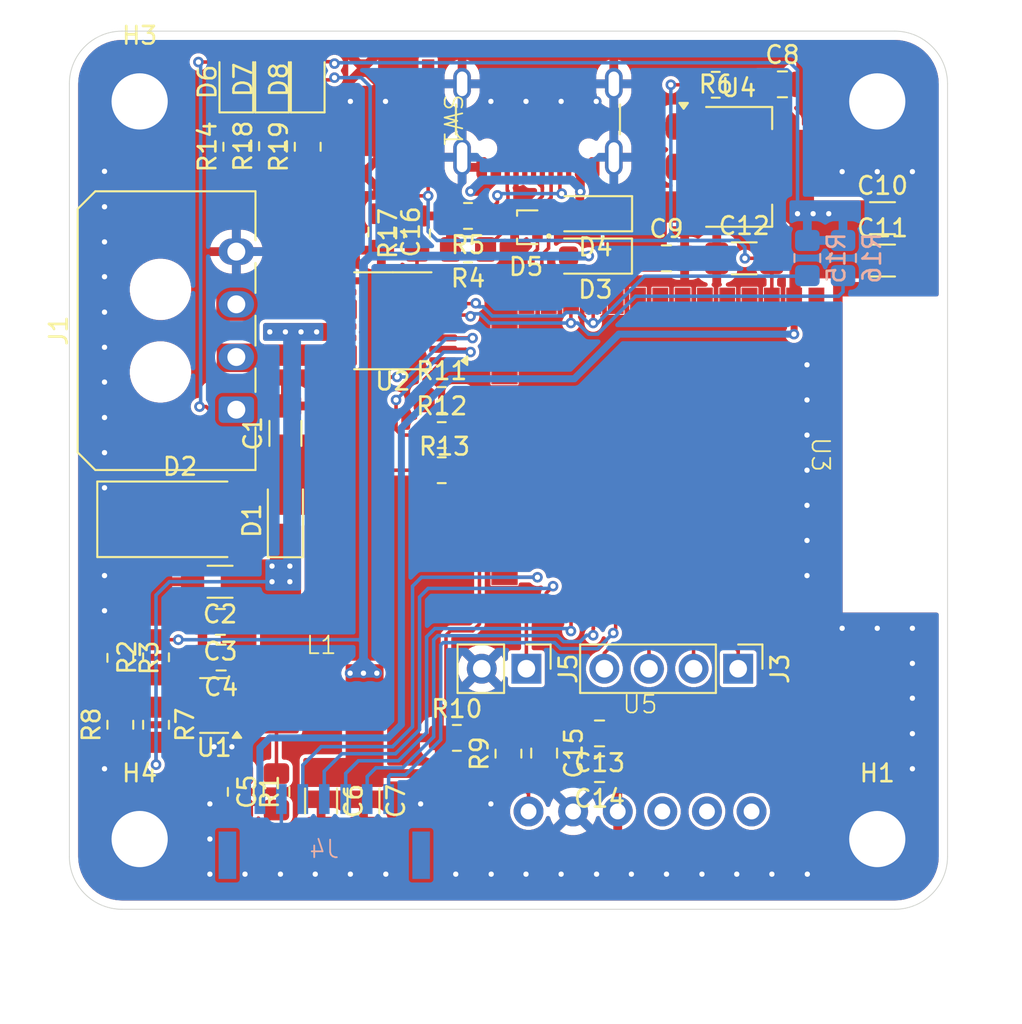
<source format=kicad_pcb>
(kicad_pcb (version 20241229) (generator "pcbnew") (generator_version "9.0")
  (layers (0 "F.Cu" signal) (2 "B.Cu" signal) (13 "F.Paste" user) (15 "B.Paste" user) (5 "F.SilkS" user "F.Silkscreen") (7 "B.SilkS" user "B.Silkscreen") (1 "F.Mask" user) (3 "B.Mask" user) (25 "Edge.Cuts" user))
  (net 0 "")
  (net 1 "GND")
  (net 2 "VBAT")
  (net 3 "VBAT_D")
  (net 4 "Net-(C5-Pad1)")
  (net 5 "Net-(U1-SW)")
  (net 6 "+5V")
  (net 7 "+3V3")
  (net 8 "Net-(D3-K)")
  (net 9 "dIN_RST")
  (net 10 "VBUS")
  (net 11 "USB_DP")
  (net 12 "USB_DN")
  (net 13 "TDI")
  (net 14 "TMS")
  (net 15 "TCK")
  (net 16 "TDO")
  (net 17 "RXD")
  (net 18 "TXD")
  (net 19 "Net-(U5-VOUT)")
  (net 20 "Net-(U1-BOOT)")
  (net 21 "Net-(U1-FB)")
  (net 22 "Net-(J2-CC2)")
  (net 23 "Net-(J2-CC1)")
  (net 24 "SOLENOID_OUT")
  (net 25 "dIN_STATUS_2")
  (net 26 "dO_COMP_EN")
  (net 28 "COMP_RELAY_OUT")
  (net 29 "dIN_STATUS_1")
  (net 30 "dO_SOLENOID_EN")
  (net 32 "dO_HSD_DIAG_EN")
  (net 33 "Net-(U2-CL)")
  (net 45 "Net-(J5-Pin_1)")
  (net 50 "Net-(D6-K)")
  (net 52 "Net-(U1-EN)")
  (net 53 "aIN_PRESSURE_SENSOR")
  (net 57 "Net-(U2-IN1)")
  (net 58 "Net-(U2-IN2)")
  (net 59 "Net-(U2-DIAG_EN)")
  (net 60 "Net-(D7-K)")
  (net 61 "Net-(D8-K)")
  (net 62 "dO_DISP_CS")
  (net 63 "dO_DISP_DC")
  (net 64 "dO_DISP_CLK")
  (net 65 "dO_DISP_MOSI")
  (net 66 "dO_DISP_RST")
  (footprint "Resistor_SMD:R_0805_2012Metric_Pad1.20x1.40mm_HandSolder" (layer "F.Cu") (at -3.8 -4)
    (property "Reference" "R11")
    (property "Value" "4.7k")
  )
  (footprint "Resistor_SMD:R_0805_2012Metric_Pad1.20x1.40mm_HandSolder" (layer "F.Cu") (at -22.098 14.494 90)
    (property "Reference" "R8")
    (property "Value" "36.5k")
  )
  (footprint "Capacitor_SMD:C_0805_2012Metric_Pad1.18x1.45mm_HandSolder" (layer "F.Cu") (at 2.032 16.1075 -90)
    (property "Reference" "C15")
    (property "Value" "470pF")
  )
  (footprint "CustomKicadFootprints:MPX5700ASX" (layer "F.Cu") (at 7.493 19.431)
    (property "Reference" "U5")
    (property "Value" "MPX5700ASX")
  )
  (footprint "CustomKicadFootprints:ESP32-S3-WROOM-1" (layer "F.Cu") (at 12.276 -0.894491 -90)
    (property "Reference" "U3")
    (property "Value" "ESP32-S3-WROOM-1-N4")
  )
  (footprint "Capacitor_SMD:C_0805_2012Metric_Pad1.18x1.45mm_HandSolder" (layer "F.Cu") (at 8.9955 -12.065)
    (property "Reference" "C9")
    (property "Value" "10uF")
  )
  (footprint "Capacitor_SMD:C_0805_2012Metric_Pad1.18x1.45mm_HandSolder" (layer "F.Cu") (at -13.208 18.3095 90)
    (property "Reference" "C5")
    (property "Value" "100nF")
  )
  (footprint "Capacitor_SMD:C_0805_2012Metric_Pad1.18x1.45mm_HandSolder" (layer "F.Cu") (at -16.3615 10.668 180)
    (property "Reference" "C4")
    (property "Value" "100nF")
  )
  (footprint "Capacitor_SMD:C_1206_3216Metric_Pad1.33x1.80mm_HandSolder" (layer "F.Cu") (at -10.668 18.8345 -90)
    (property "Reference" "C6")
    (property "Value" "22uF")
  )
  (footprint "CustomKicadFootprints:IHLP-2020" (layer "F.Cu") (at -10.6555 13.462)
    (property "Reference" "L1")
    (property "Value" "5.6uH")
  )
  (footprint "MountingHole:MountingHole_3.2mm_M3_DIN965_Pad_TopBottom" (layer "F.Cu") (at -21 -21)
    (property "Reference" "H3")
    (property "Value" "MountingHole_Pad")
  )
  (footprint "Capacitor_SMD:C_0805_2012Metric_Pad1.18x1.45mm_HandSolder" (layer "F.Cu") (at 5.1855 17.018 180)
    (property "Reference" "C14")
    (property "Value" "10nF")
  )
  (footprint "Package_TO_SOT_SMD:SOT-23-6" (layer "F.Cu") (at -16.7585 13.395999 180)
    (property "Reference" "U1")
    (property "Value" "TPS56339DDC")
  )
  (footprint "Resistor_SMD:R_0805_2012Metric_Pad1.20x1.40mm_HandSolder" (layer "F.Cu") (at -2.302 -14.478 180)
    (property "Reference" "R5")
    (property "Value" "5.1k")
  )
  (footprint "Resistor_SMD:R_0805_2012Metric_Pad1.20x1.40mm_HandSolder" (layer "F.Cu") (at -13.462 -18.448998 90)
    (property "Reference" "R18")
    (property "Value" "165R")
  )
  (footprint "Resistor_SMD:R_0805_2012Metric_Pad1.20x1.40mm_HandSolder" (layer "F.Cu") (at -3.8 0)
    (property "Reference" "R13")
    (property "Value" "4.7k")
  )
  (footprint "Resistor_SMD:R_0805_2012Metric_Pad1.20x1.40mm_HandSolder" (layer "F.Cu") (at -5.207 -13.478 90)
    (property "Reference" "R17")
    (property "Value" "800R")
  )
  (footprint "MountingHole:MountingHole_3.2mm_M3_DIN965_Pad_TopBottom" (layer "F.Cu") (at 21 -21)
    (property "Reference" "H2" (hide yes))
    (property "Value" "MountingHole_Pad")
  )
  (footprint "Capacitor_SMD:C_0805_2012Metric_Pad1.18x1.45mm_HandSolder" (layer "F.Cu") (at 15.5995 -21.971)
    (property "Reference" "C8")
    (property "Value" "10uF")
  )
  (footprint "LED_SMD:LED_0805_2012Metric_Pad1.15x1.40mm_HandSolder" (layer "F.Cu") (at -11.43 -22.233999 90)
    (property "Reference" "D8")
    (property "Value" "RED")
  )
  (footprint "Resistor_SMD:R_0805_2012Metric_Pad1.20x1.40mm_HandSolder" (layer "F.Cu") (at -2.937 15.24)
    (property "Reference" "R10")
    (property "Value" "150k")
  )
  (footprint "Resistor_SMD:R_0805_2012Metric_Pad1.20x1.40mm_HandSolder" (layer "F.Cu") (at 11.8016 -21.9456 180)
    (property "Reference" "R6")
    (property "Value" "10k")
  )
  (footprint "Connector_PinHeader_2.54mm:PinHeader_1x04_P2.54mm_Vertical" (layer "F.Cu") (at 13.080999 11.303 -90)
    (property "Reference" "J3")
    (property "Value" "JTAG")
  )
  (footprint "Diode_SMD:D_SOD-123F" (layer "F.Cu") (at 4.823001 -12.192 180)
    (property "Reference" "D3")
    (property "Value" "PMEG6010ETR")
  )
  (footprint "Capacitor_SMD:C_1206_3216Metric_Pad1.33x1.80mm_HandSolder" (layer "F.Cu") (at -12.7 -2.096 90)
    (property "Reference" "C1")
    (property "Value" "100nF" (hide yes))
  )
  (footprint "Capacitor_SMD:C_0805_2012Metric_Pad1.18x1.45mm_HandSolder" (layer "F.Cu") (at -7.239 -13.5675 -90)
    (property "Reference" "C16")
    (property "Value" "100nF")
  )
  (footprint "Resistor_SMD:R_0805_2012Metric_Pad1.20x1.40mm_HandSolder" (layer "F.Cu") (at -11.43 -18.416998 90)
    (property "Reference" "R19")
    (property "Value" "80R")
  )
  (footprint "Connector_USB:USB_C_Receptacle_GCT_USB4105-xx-A_16P_TopMnt_Horizontal" (layer "F.Cu") (at 1.68 -20.925 180)
    (property "Reference" "J2" (hide yes))
    (property "Value" "USB_C_Receptacle_USB2.0_16P")
  )
  (footprint "MountingHole:MountingHole_3.2mm_M3_DIN965_Pad_TopBottom" (layer "F.Cu") (at 21 21)
    (property "Reference" "H1")
    (property "Value" "MountingHole_Pad")
  )
  (footprint "Capacitor_SMD:C_1206_3216Metric_Pad1.33x1.80mm_HandSolder" (layer "F.Cu") (at 21.2975 -14.351)
    (property "Reference" "C10")
    (property "Value" "22uF")
  )
  (footprint "Package_TO_SOT_SMD:SOT-416" (layer "F.Cu") (at 1.001 -13.835 180)
    (property "Reference" "D5")
    (property "Value" "RCLAMP0582B")
  )
  (footprint "Resistor_SMD:R_0805_2012Metric_Pad1.20x1.40mm_HandSolder" (layer "F.Cu") (at -15.24 18.315 -90)
    (property "Reference" "R1")
    (property "Value" "30R")
  )
  (footprint "Connector_PinHeader_2.54mm:PinHeader_1x02_P2.54mm_Vertical" (layer "F.Cu") (at 1.021 11.303 -90)
    (property "Reference" "J5")
    (property "Value" "BOOT_SEL")
  )
  (footprint "Resistor_SMD:R_0805_2012Metric_Pad1.20x1.40mm_HandSolder" (layer "F.Cu") (at -20.066 14.494 -90)
    (property "Reference" "R7")
    (property "Value" "174k")
  )
  (footprint "Capacitor_SMD:C_1206_3216Metric_Pad1.33x1.80mm_HandSolder" (layer "F.Cu") (at 21.2975 -11.938)
    (property "Reference" "C11")
    (property "Value" "100nF")
  )
  (footprint "LED_SMD:LED_0805_2012Metric_Pad1.15x1.40mm_HandSolder" (layer "F.Cu") (at -13.462 -22.233999 90)
    (property "Reference" "D7")
    (property "Value" "RED")
  )
  (footprint "Diode_SMD:D_SOD-123F" (layer "F.Cu") (at 4.828999 -14.605 180)
    (property "Reference" "D4")
    (property "Value" "PMEG6010ETR")
  )
  (footprint "Connector_Molex:Molex_Micro-Fit_3.0_43650-0400_1x04_P3.00mm_Horizontal" (layer "F.Cu") (at -15.494 -3.446 90)
    (property "Reference" "J1")
    (property "Value" "~")
  )
  (footprint "MountingHole:MountingHole_3.2mm_M3_DIN965_Pad_TopBottom" (layer "F.Cu") (at -21 21)
    (property "Reference" "H4")
    (property "Value" "MountingHole_Pad")
  )
  (footprint "Capacitor_SMD:C_0805_2012Metric_Pad1.18x1.45mm_HandSolder" (layer "F.Cu") (at -16.4045 8.636 180)
    (property "Reference" "C3")
    (property "Value" "100nF")
  )
  (footprint "Capacitor_SMD:C_1206_3216Metric_Pad1.33x1.80mm_HandSolder" (layer "F.Cu") (at -8.255 18.8345 -90)
    (property "Reference" "C7")
    (property "Value" "22uF")
  )
  (footprint "Resistor_SMD:R_0805_2012Metric_Pad1.20x1.40mm_HandSolder" (layer "F.Cu") (at -20.066 10.652 90)
    (property "Reference" "R2")
    (property "Value" "52.3k")
  )
  (footprint "Capacitor_SMD:C_0805_2012Metric_Pad1.18x1.45mm_HandSolder" (layer "F.Cu") (at 5.1855 14.986 180)
    (property "Reference" "C13")
    (property "Value" "1uF")
  )
  (footprint "Resistor_SMD:R_0805_2012Metric_Pad1.20x1.40mm_HandSolder" (layer "F.Cu") (at -2.302 -12.573 180)
    (property "Reference" "R4")
    (property "Value" "5.1k")
  )
  (footprint "Resistor_SMD:R_0805_2012Metric_Pad1.20x1.40mm_HandSolder" (layer "F.Cu") (at -15.494 -18.416998 90)
    (property "Reference" "R14")
    (property "Value" "500R")
  )
  (footprint "Resistor_SMD:R_0805_2012Metric_Pad1.20x1.40mm_HandSolder" (layer "F.Cu") (at -3.8 -2)
    (property "Reference" "R12")
    (property "Value" "4.7k")
  )
  (footprint "LED_SMD:LED_0805_2012Metric_Pad1.15x1.40mm_HandSolder" (layer "F.Cu") (at -15.494 -22.233999 90)
    (property "Reference" "D6")
    (property "Value" "RED")
  )
  (footprint "Resistor_SMD:R_0805_2012Metric_Pad1.20x1.40mm_HandSolder" (layer "F.Cu") (at 0 16.1375 90)
    (property "Reference" "R9")
    (property "Value" "100k")
  )
  (footprint "Diode_SMD:D_SOD-123F" (layer "F.Cu") (at -12.7 2.744 90)
    (property "Reference" "D1")
    (property "Value" "PMEG6010ETR" (hide yes))
  )
  (footprint "Package_TO_SOT_SMD:SOT-223-3_TabPin2" (layer "F.Cu") (at 13.106 -17.272)
    (property "Reference" "U4")
    (property "Value" "LD1117S33TR_SOT223")
  )
  (footprint "Capacitor_SMD:C_1206_3216Metric_Pad1.33x1.80mm_HandSolder" (layer "F.Cu") (at 13.4235 -12.065)
    (property "Reference" "C12")
    (property "Value" "100nF")
  )
  (footprint "Diode_SMD:D_SMB_Handsoldering" (layer "F.Cu") (at -18.702 2.794)
    (property "Reference" "D2")
    (property "Value" "SM6T33CAY" (hide yes))
  )
  (footprint "Package_SO:HTSSOP-16-1EP_4.4x5mm_P0.65mm_EP3.4x5mm_Mask2.66x2.46mm" (layer "F.Cu") (at -6.583 -8.509 180)
    (property "Reference" "U2")
    (property "Value" "TPS2H160AQPWPRQ1")
  )
  (footprint "Capacitor_SMD:C_1206_3216Metric_Pad1.33x1.80mm_HandSolder" (layer "F.Cu") (at -16.4215 6.35 180)
    (property "Reference" "C2")
    (property "Value" "10uF")
  )
  (footprint "CustomKicadFootprints:PTS526" (layer "F.Cu") (at -6.422 -19.891 -90)
    (property "Reference" "SW1")
    (property "Value" "RST")
  )
  (footprint "Resistor_SMD:R_0805_2012Metric_Pad1.20x1.40mm_HandSolder" (layer "F.Cu") (at -22.098 10.684 -90)
    (property "Reference" "R3")
    (property "Value" "10k")
  )
  (footprint "CustomKicadFootprints:SM07B-GHS-TB" (layer "B.Cu") (at -10.487 22.075999 180)
    (property "Reference" "J4")
    (property "Value" "Conn_01x07")
  )
  (footprint "Resistor_SMD:R_0805_2012Metric_Pad1.20x1.40mm_HandSolder" (layer "B.Cu") (at 19.05 -12.081 90)
    (property "Reference" "R16")
    (property "Value" "10k")
  )
  (footprint "Resistor_SMD:R_0805_2012Metric_Pad1.20x1.40mm_HandSolder" (layer "B.Cu") (at 17.018 -12.081 90)
    (property "Reference" "R15")
    (property "Value" "10k")
  )
  (gr_arc (start -25 -22) (mid -24.12132 -24.12132) (end -22 -25) (stroke (width 0.05)) (layer "Edge.Cuts"))
  (gr_line (start -25 22) (end -25 -22) (stroke (width 0.05)) (layer "Edge.Cuts"))
  (gr_line (start -22 -25) (end 22 -25) (stroke (width 0.05)) (layer "Edge.Cuts"))
  (gr_arc (start 25 22) (mid 24.12132 24.12132) (end 22 25) (stroke (width 0.05)) (layer "Edge.Cuts"))
  (gr_line (start 22 25) (end -22 25) (stroke (width 0.05)) (layer "Edge.Cuts"))
  (gr_arc (start 22 -25) (mid 24.12132 -24.12132) (end 25 -22) (stroke (width 0.05)) (layer "Edge.Cuts"))
  (gr_arc (start -22 25) (mid -24.12132 24.12132) (end -25 22) (stroke (width 0.05)) (layer "Edge.Cuts"))
  (gr_line (start 25 -22) (end 25 22) (stroke (width 0.05)) (layer "Edge.Cuts"))
  (via (at 23 9) (size 0.6) (drill 0.3) (layers "F.Cu" "B.Cu") (net 1))
  (via (at 3 -21) (size 0.6) (drill 0.3) (layers "F.Cu" "B.Cu") (net 1))
  (via (at -23 -12.999999) (size 0.6) (drill 0.3) (layers "F.Cu" "B.Cu") (net 1))
  (via (at -23 -15) (size 0.6) (drill 0.3) (layers "F.Cu" "B.Cu") (net 1))
  (via (at 7 23) (size 0.6) (drill 0.3) (layers "F.Cu" "B.Cu") (net 1))
  (via (at -23 -5.017999) (size 0.6) (drill 0.3) (layers "F.Cu" "B.Cu") (net 1))
  (via (at -17 23) (size 0.6) (drill 0.3) (layers "F.Cu" "B.Cu") (net 1))
  (via (at 21 9) (size 0.6) (drill 0.3) (layers "F.Cu" "B.Cu") (net 1))
  (via (at -23 -17.017999) (size 0.6) (drill 0.3) (layers "F.Cu" "B.Cu") (net 1))
  (via (at -17 19) (size 0.6) (drill 0.3) (layers "F.Cu" "B.Cu") (net 1))
  (via (at 23 17) (size 0.6) (drill 0.3) (layers "F.Cu" "B.Cu") (net 1))
  (via (at 17 -4) (size 0.6) (drill 0.3) (layers "F.Cu" "B.Cu") (net 1))
  (via (at 17 -2) (size 0.6) (drill 0.3) (layers "F.Cu" "B.Cu") (net 1))
  (via (at -12.982 23) (size 0.6) (drill 0.3) (layers "F.Cu" "B.Cu") (net 1))
  (via (at 19 -17) (size 0.6) (drill 0.3) (layers "F.Cu" "B.Cu") (net 1))
  (via (at 17.018 23) (size 0.6) (drill 0.3) (layers "F.Cu" "B.Cu") (net 1))
  (via (at -23 -3) (size 0.6) (drill 0.3) (layers "F.Cu" "B.Cu") (net 1))
  (via (at 11.018 23) (size 0.6) (drill 0.3) (layers "F.Cu" "B.Cu") (net 1))
  (via (at 17 6) (size 0.6) (drill 0.3) (layers "F.Cu" "B.Cu") (net 1))
  (via (at -16.764 15.748) (size 0.6) (drill 0.3) (layers "F.Cu" "B.Cu") (net 1))
  (via (at -11 23) (size 0.6) (drill 0.3) (layers "F.Cu" "B.Cu") (net 1))
  (via (at 5.018 23) (size 0.6) (drill 0.3) (layers "F.Cu" "B.Cu") (net 1))
  (via (at 17 2) (size 0.6) (drill 0.3) (layers "F.Cu" "B.Cu") (net 1))
  (via (at 23 12.982) (size 0.6) (drill 0.3) (layers "F.Cu" "B.Cu") (net 1))
  (via (at -23 1) (size 0.6) (drill 0.3) (layers "F.Cu" "B.Cu") (net 1))
  (via (at -5 19) (size 0.6) (drill 0.3) (layers "F.Cu" "B.Cu") (net 1))
  (via (at -23 6) (size 0.6) (drill 0.3) (layers "F.Cu" "B.Cu") (net 1))
  (via (at 1 23) (size 0.6) (drill 0.3) (layers "F.Cu" "B.Cu") (net 1))
  (via (at -9 23) (size 0.6) (drill 0.3) (layers "F.Cu" "B.Cu") (net 1))
  (via (at 15 23) (size 0.6) (drill 0.3) (layers "F.Cu" "B.Cu") (net 1))
  (via (at -6.982 23) (size 0.6) (drill 0.3) (layers "F.Cu" "B.Cu") (net 1))
  (via (at -1 19) (size 0.6) (drill 0.3) (layers "F.Cu" "B.Cu") (net 1))
  (via (at -17 21) (size 0.6) (drill 0.3) (layers "F.Cu" "B.Cu") (net 1))
  (via (at -15 23) (size 0.6) (drill 0.3) (layers "F.Cu" "B.Cu") (net 1))
  (via (at -23 8.000001) (size 0.6) (drill 0.3) (layers "F.Cu" "B.Cu") (net 1))
  (via (at -23 -0.999999) (size 0.6) (drill 0.3) (layers "F.Cu" "B.Cu") (net 1))
  (via (at 17 -6) (size 0.6) (drill 0.3) (layers "F.Cu" "B.Cu") (net 1))
  (via (at 1 -21) (size 0.6) (drill 0.3) (layers "F.Cu" "B.Cu") (net 1))
  (via (at -23 -11.017999) (size 0.6) (drill 0.3) (layers "F.Cu" "B.Cu") (net 1))
  (via (at 23 11) (size 0.6) (drill 0.3) (layers "F.Cu" "B.Cu") (net 1))
  (via (at 23 -17) (size 0.6) (drill 0.3) (layers "F.Cu" "B.Cu") (net 1))
  (via (at 21 -17) (size 0.6) (drill 0.3) (layers "F.Cu" "B.Cu") (net 1))
  (via (at -7 -21) (size 0.6) (drill 0.3) (layers "F.Cu" "B.Cu") (net 1))
  (via (at 23 14.999999) (size 0.6) (drill 0.3) (layers "F.Cu" "B.Cu") (net 1))
  (via (at 17 0) (size 0.6) (drill 0.3) (layers "F.Cu" "B.Cu") (net 1))
  (via (at -3 23) (size 0.6) (drill 0.3) (layers "F.Cu" "B.Cu") (net 1))
  (via (at -0.982 23) (size 0.6) (drill 0.3) (layers "F.Cu" "B.Cu") (net 1))
  (via (at 9 23) (size 0.6) (drill 0.3) (layers "F.Cu" "B.Cu") (net 1))
  (via (at -23 -6.999999) (size 0.6) (drill 0.3) (layers "F.Cu" "B.Cu") (net 1))
  (via (at 19 9) (size 0.6) (drill 0.3) (layers "F.Cu" "B.Cu") (net 1))
  (via (at 13 23) (size 0.6) (drill 0.3) (layers "F.Cu" "B.Cu") (net 1))
  (via (at -9 -21) (size 0.6) (drill 0.3) (layers "F.Cu" "B.Cu") (net 1))
  (via (at 17 4) (size 0.6) (drill 0.3) (layers "F.Cu" "B.Cu") (net 1))
  (via (at 3 23) (size 0.6) (drill 0.3) (layers "F.Cu" "B.Cu") (net 1))
  (via (at 5 -21) (size 0.6) (drill 0.3) (layers "F.Cu" "B.Cu") (net 1))
  (via (at -23 -9) (size 0.6) (drill 0.3) (layers "F.Cu" "B.Cu") (net 1))
  (via (at -15.748 15.748) (size 0.6) (drill 0.3) (layers "F.Cu" "B.Cu") (net 1))
  (via (at -23 17) (size 0.6) (drill 0.3) (layers "F.Cu" "B.Cu") (net 1))
  (via (at -1 -21) (size 0.6) (drill 0.3) (layers "F.Cu" "B.Cu") (net 1))
  (segment (start -12.930629 18.724999) (end -12.930629 20.930629) (width 0.2) (layer "B.Cu") (net 1))
  (segment (start -12.930629 20.930629) (end -13 21) (width 0.2) (layer "B.Cu") (net 1))
  (segment (start -17.2085 -3.6195) (end -17.035 -3.446) (width 0.2) (layer "F.Cu") (net 2))
  (segment (start -17.653 -23.241) (end -17.526 -23.114) (width 0.2) (layer "F.Cu") (net 2))
  (segment (start -17.526 -3.429) (end -17.526 -3.556) (width 0.2) (layer "F.Cu") (net 2))
  (segment (start -17.526 -23.241) (end -15.511998 -23.241) (width 0.2) (layer "F.Cu") (net 2))
  (segment (start -17.526 -3.556) (end -17.5895 -3.6195) (width 0.2) (layer "F.Cu") (net 2))
  (segment (start -15.511998 -23.241) (end -15.494 -23.258998) (width 0.2) (layer "F.Cu") (net 2))
  (segment (start -17.035 -3.446) (end -15.494 -3.446) (width 0.2) (layer "F.Cu") (net 2))
  (segment (start -17.5895 -3.6195) (end -17.2085 -3.6195) (width 0.2) (layer "F.Cu") (net 2))
  (via (at -17.653 -23.241) (size 0.6) (drill 0.3) (layers "F.Cu" "B.Cu") (net 2))
  (via (at -17.5895 -3.6195) (size 0.6) (drill 0.3) (layers "F.Cu" "B.Cu") (net 2))
  (segment (start -17.526 -3.683) (end -17.526 -23.241) (width 0.2) (layer "B.Cu") (net 2))
  (segment (start -17.526 -23.241) (end -17.653 -23.368) (width 0.2) (layer "B.Cu") (net 2))
  (segment (start -17.5895 -3.6195) (end -17.526 -3.683) (width 0.2) (layer "B.Cu") (net 2))
  (segment (start -20.066 16.764) (end -20.066 15.3858) (width 0.2) (layer "F.Cu") (net 3))
  (via (at -13.462 6.35) (size 0.6) (drill 0.3) (layers "F.Cu" "B.Cu") (net 3))
  (via (at -12.446 6.35) (size 0.6) (drill 0.3) (layers "F.Cu" "B.Cu") (net 3))
  (via (at -13.462 5.461) (size 0.6) (drill 0.3) (layers "F.Cu" "B.Cu") (net 3))
  (via (at -13.589 -7.874) (size 0.6) (drill 0.3) (layers "F.Cu" "B.Cu") (net 3))
  (via (at -12.7 -7.874) (size 0.6) (drill 0.3) (layers "F.Cu" "B.Cu") (net 3))
  (via (at -11.811 -7.874) (size 0.6) (drill 0.3) (layers "F.Cu" "B.Cu") (net 3))
  (via (at -20.066 16.764) (size 0.6) (drill 0.3) (layers "F.Cu" "B.Cu") (net 3))
  (via (at -12.446 5.461) (size 0.6) (drill 0.3) (layers "F.Cu" "B.Cu") (net 3))
  (via (at -10.922 -7.874) (size 0.6) (drill 0.3) (layers "F.Cu" "B.Cu") (net 3))
  (segment (start -20.066 7.112) (end -19.304 6.35) (width 0.2) (layer "B.Cu") (net 3))
  (segment (start -20.066 16.764) (end -20.066 7.112) (width 0.2) (layer "B.Cu") (net 3))
  (segment (start -19.304 6.35) (end -13.462 6.35) (width 0.2) (layer "B.Cu") (net 3))
  (segment (start -13.24 19.018) (end -13.208 19.05) (width 0.2) (layer "F.Cu") (net 4))
  (segment (start -15.24 19.018) (end -13.24 19.018) (width 0.2) (layer "F.Cu") (net 4))
  (segment (start -13.208 16.975) (end -13.208 13.589) (width 0.2) (layer "F.Cu") (net 5))
  (segment (start -13.208 13.589) (end -13.081 13.462) (width 0.2) (layer "F.Cu") (net 5))
  (segment (start -13.673 14.054) (end -13.081 13.462) (width 0.2) (layer "F.Cu") (net 5))
  (segment (start 4.058002 -12.192) (end 4.572 -12.192) (width 0.5) (layer "F.Cu") (net 6))
  (segment (start -13.462 -23.258998) (end -12.428002 -22.225) (width 0.2) (layer "F.Cu") (net 6))
  (segment (start 5.842 21.717) (end -2.159 21.717) (width 0.5) (layer "F.Cu") (net 6))
  (segment (start 6.223 17.018) (end 6.223 14.605) (width 0.5) (layer "F.Cu") (net 6))
  (segment (start 6.223 19.431) (end 6.223 17.018) (width 0.5) (layer "F.Cu") (net 6))
  (segment (start 6.223 21.336) (end 5.842 21.717) (width 0.5) (layer "F.Cu") (net 6))
  (segment (start -2.8575 21.0185) (end -2.8575 17.9705) (width 0.5) (layer "F.Cu") (net 6))
  (segment (start -10.033 -22.225) (end -9.906 -22.352) (width 0.2) (layer "F.Cu") (net 6))
  (segment (start -2.159 21.717) (end -2.8575 21.0185) (width 0.5) (layer "F.Cu") (net 6))
  (segment (start -2.8575 17.9705) (end -3.556 17.272) (width 0.5) (layer "F.Cu") (net 6))
  (segment (start -3.556 17.272) (end -8.255 17.272) (width 0.5) (layer "F.Cu") (net 6))
  (segment (start 6.223 19.431) (end 6.223 21.336) (width 0.5) (layer "F.Cu") (net 6))
  (segment (start -12.428002 -22.225) (end -10.033 -22.225) (width 0.2) (layer "F.Cu") (net 6))
  (segment (start -20.066 9.652) (end -18.796 9.652) (width 0.2) (layer "F.Cu") (net 6))
  (via (at -18.796 9.652) (size 0.6) (drill 0.3) (layers "F.Cu" "B.Cu") (net 6))
  (via (at -9.017 11.557) (size 0.6) (drill 0.3) (layers "F.Cu" "B.Cu") (net 6))
  (via (at -8.255 11.557) (size 0.6) (drill 0.3) (layers "F.Cu" "B.Cu") (net 6))
  (via (at -7.493 11.557) (size 0.6) (drill 0.3) (layers "F.Cu" "B.Cu") (net 6))
  (via (at -9.906 -22.352) (size 0.6) (drill 0.3) (layers "F.Cu" "B.Cu") (net 6))
  (via (at 4.572 -12.192) (size 0.6) (drill 0.3) (layers "F.Cu" "B.Cu") (net 6))
  (segment (start -8.255 -11.811) (end -7.874 -12.192) (width 0.5) (layer "B.Cu") (net 6))
  (segment (start -8.255 11.557) (end -8.255 10.795) (width 0.5) (layer "B.Cu") (net 6))
  (segment (start 4.572 -12.192) (end -7.874 -12.192) (width 0.5) (layer "B.Cu") (net 6))
  (segment (start -8.255 11.557) (end -8.3185 11.4935) (width 0.2) (layer "B.Cu") (net 6))
  (segment (start -9.017 11.557) (end -8.255 10.795) (width 0.5) (layer "B.Cu") (net 6))
  (segment (start -8.3185 9.8425) (end -8.509 9.652) (width 0.2) (layer "B.Cu") (net 6))
  (segment (start -8.255 10.795) (end -8.255 -11.811) (width 0.5) (layer "B.Cu") (net 6))
  (segment (start -9.017 11.557) (end -7.493 11.557) (width 0.5) (layer "B.Cu") (net 6))
  (segment (start -7.493 11.557) (end -8.255 10.795) (width 0.5) (layer "B.Cu") (net 6))
  (segment (start -8.509 9.652) (end -18.796 9.652) (width 0.2) (layer "B.Cu") (net 6))
  (segment (start -7.874 -21.844) (end -7.874 -12.192) (width 0.2) (layer "B.Cu") (net 6))
  (segment (start -9.906 -22.352) (end -8.382 -22.352) (width 0.2) (layer "B.Cu") (net 6))
  (segment (start -8.382 -22.352) (end -7.874 -21.844) (width 0.2) (layer "B.Cu") (net 6))
  (segment (start -10.015002 -23.258998) (end -11.43 -23.258998) (width 0.2) (layer "F.Cu") (net 7))
  (segment (start 14.478 -21.887) (end 14.562 -21.971) (width 0.2) (layer "F.Cu") (net 7))
  (segment (start 16.256 -17.272) (end 9.956 -17.272) (width 0.7) (layer "F.Cu") (net 7))
  (segment (start 16.256 -19.939) (end 16.002 -20.193) (width 0.5) (layer "F.Cu") (net 7))
  (segment (start -9.908007 -23.152003) (end -10.015002 -23.258998) (width 0.2) (layer "F.Cu") (net 7))
  (segment (start -9.906 -23.152003) (end -9.908007 -23.152003) (width 0.2) (layer "F.Cu") (net 7))
  (segment (start 16.256 -17.272) (end 16.256 -18.542) (width 0.2) (layer "F.Cu") (net 7))
  (segment (start 16.266 -9.644491) (end 16.266 -7.757) (width 0.4) (layer "F.Cu") (net 7))
  (segment (start 14.859 -20.193) (end 14.605 -20.447) (width 0.5) (layer "F.Cu") (net 7))
  (segment (start 14.478 -21.887) (end 12.8602 -21.887) (width 0.5) (layer "F.Cu") (net 7))
  (segment (start 12.8602 -21.887) (end 12.8016 -21.9456) (width 0.2) (layer "F.Cu") (net 7))
  (segment (start 16.256 -17.272) (end 16.256 -18.034) (width 0.2) (layer "F.Cu") (net 7))
  (segment (start 16.256 -18.034) (end 16.256 -19.939) (width 0.5) (layer "F.Cu") (net 7))
  (segment (start 16.266 -17.262) (end 16.256 -17.272) (width 0.2) (layer "F.Cu") (net 7))
  (segment (start 14.605 -20.447) (end 14.605 -21.76) (width 0.5) (layer "F.Cu") (net 7))
  (segment (start 14.605 -21.76) (end 14.478 -21.887) (width 0.5) (layer "F.Cu") (net 7))
  (segment (start 16.256 -7.747) (end 16.266 -7.757) (width 0.2) (layer "F.Cu") (net 7))
  (segment (start 16.002 -20.193) (end 14.859 -20.193) (width 0.5) (layer "F.Cu") (net 7))
  (segment (start 16.256 -18.542) (end 16.637 -18.923) (width 0.2) (layer "F.Cu") (net 7))
  (via (at 16.4592 -14.605) (size 0.6) (drill 0.3) (layers "F.Cu" "B.Cu") (net 7))
  (via (at 16.256 -7.747) (size 0.6) (drill 0.3) (layers "F.Cu" "B.Cu") (net 7))
  (via (at -9.906 -23.152003) (size 0.6) (drill 0.3) (layers "F.Cu" "B.Cu") (net 7))
  (via (at 17.3482 -14.605) (size 0.6) (drill 0.3) (layers "F.Cu" "B.Cu") (net 7))
  (via (at 18.2372 -14.605) (size 0.6) (drill 0.3) (layers "F.Cu" "B.Cu") (net 7))
  (segment (start 3.7465 -5.207) (end 6.2865 -7.747) (width 0.4) (layer "B.Cu") (net 7))
  (segment (start 6.2865 -7.747) (end 16.256 -7.747) (width 0.4) (layer "B.Cu") (net 7))
  (segment (start -14.152444 18.724999) (end -14.152444 15.803444) (width 0.4) (layer "B.Cu") (net 7))
  (segment (start -9.857003 -23.201) (end 16.042 -23.201) (width 0.2) (layer "B.Cu") (net 7))
  (segment (start -14.152444 15.803444) (end -13.589 15.24) (width 0.4) (layer "B.Cu") (net 7))
  (segment (start -3.302 -5.207) (end 3.7465 -5.207) (width 0.4) (layer "B.Cu") (net 7))
  (segment (start -6.096 -2.413) (end -3.302 -5.207) (width 0.4) (layer "B.Cu") (net 7))
  (segment (start -6.096 14.478) (end -6.096 -2.413) (width 0.4) (layer "B.Cu") (net 7))
  (segment (start 16.042 -23.201) (end 16.4592 -22.7838) (width 0.2) (layer "B.Cu") (net 7))
  (segment (start -6.858 15.24) (end -6.096 14.478) (width 0.4) (layer "B.Cu") (net 7))
  (segment (start -13.589 15.24) (end -6.858 15.24) (width 0.4) (layer "B.Cu") (net 7))
  (segment (start -9.906 -23.152003) (end -9.857003 -23.201) (width 0.2) (layer "B.Cu") (net 7))
  (segment (start 16.4592 -22.7838) (end 16.4592 -14.605) (width 0.2) (layer "B.Cu") (net 7))
  (segment (start 9.956 -14.972) (end 9.525 -14.541) (width 0.5) (layer "F.Cu") (net 8))
  (segment (start 9.942 -14.986) (end 9.956 -14.972) (width 0.5) (layer "F.Cu") (net 8))
  (segment (start -4.572 -15.621) (end -4.572 -16.891) (width 0.2) (layer "F.Cu") (net 9))
  (segment (start -4.572 -15.621) (end -6.985 -15.621) (width 0.2) (layer "F.Cu") (net 9))
  (segment (start -6.985 -15.621) (end -7.239 -15.367) (width 0.2) (layer "F.Cu") (net 9))
  (segment (start 14.986 -12.065) (end 13.462 -12.065) (width 0.2) (layer "F.Cu") (net 9))
  (segment (start 9.2456 -21.9456) (end 9.144 -21.844) (width 0.2) (layer "F.Cu") (net 9))
  (segment (start -4.572 -19.939) (end -4.572 -16.891) (width 0.2) (layer "F.Cu") (net 9))
  (segment (start -7.239 -15.367) (end -7.239 -14.478) (width 0.2) (layer "F.Cu") (net 9))
  (segment (start -4.572 -22.891) (end -4.572 -19.939) (width 0.2) (layer "F.Cu") (net 9))
  (segment (start 14.996 -11.166) (end 14.986 -11.176) (width 0.2) (layer "F.Cu") (net 9))
  (segment (start 14.996 -9.644491) (end 14.996 -11.166) (width 0.2) (layer "F.Cu") (net 9))
  (segment (start 10.8016 -21.9456) (end 9.2456 -21.9456) (width 0.2) (layer "F.Cu") (net 9))
  (via (at 13.462 -12.065) (size 0.6) (drill 0.3) (layers "F.Cu" "B.Cu") (net 9))
  (via (at -4.572 -15.621) (size 0.6) (drill 0.3) (layers "F.Cu" "B.Cu") (net 9))
  (via (at 9.2456 -21.9456) (size 0.6) (drill 0.3) (layers "F.Cu" "B.Cu") (net 9))
  (segment (start -4.572 -13.589) (end -4.572 -15.621) (width 0.2) (layer "B.Cu") (net 9))
  (segment (start 9.0551 -13.2969) (end 8.89 -13.1318) (width 0.2) (layer "B.Cu") (net 9))
  (segment (start 9.4615 -13.2715) (end 9.3345 -13.2715) (width 0.2) (layer "B.Cu") (net 9))
  (segment (start 9.1821 -13.1191) (end 9.1821 -13.4239) (width 0.2) (layer "B.Cu") (net 9))
  (segment (start 13.081 -13.081) (end 9.652 -13.081) (width 0.2) (layer "B.Cu") (net 9))
  (segment (start 9.4615 -13.2715) (end 9.2456 -13.4874) (width 0.2) (layer "B.Cu") (net 9))
  (segment (start 9.2456 -13.4874) (end 9.2456 -21.9456) (width 0.2) (layer "B.Cu") (net 9))
  (segment (start 13.462 -12.065) (end 13.462 -12.7) (width 0.2) (layer "B.Cu") (net 9))
  (segment (start 9.144 -13.081) (end 8.89 -13.081) (width 0.2) (layer "B.Cu") (net 9))
  (segment (start 13.208 -12.954) (end 13.081 -13.081) (width 0.2) (layer "B.Cu") (net 9))
  (segment (start 9.1821 -13.1699) (end 9.0551 -13.2969) (width 0.2) (layer "B.Cu") (net 9))
  (segment (start 9.652 -13.081) (end 9.4615 -13.2715) (width 0.2) (layer "B.Cu") (net 9))
  (segment (start 13.462 -12.7) (end 13.208 -12.954) (width 0.2) (layer "B.Cu") (net 9))
  (segment (start 9.144 -13.081) (end 9.1821 -13.1191) (width 0.2) (layer "B.Cu") (net 9))
  (segment (start 9.1821 -13.4239) (end 9.0551 -13.2969) (width 0.2) (layer "B.Cu") (net 9))
  (segment (start 13.081 -13.081) (end 9.144 -13.081) (width 0.2) (layer "B.Cu") (net 9))
  (segment (start -4.064 -13.081) (end -4.572 -13.589) (width 0.2) (layer "B.Cu") (net 9))
  (segment (start 9.3345 -13.2715) (end 9.144 -13.081) (width 0.2) (layer "B.Cu") (net 9))
  (segment (start 9.1821 -13.1191) (end 9.1821 -13.1699) (width 0.2) (layer "B.Cu") (net 9))
  (segment (start 9.2456 -13.4874) (end 9.1821 -13.4239) (width 0.2) (layer "B.Cu") (net 9))
  (segment (start 8.89 -13.1318) (end 8.89 -13.081) (width 0.2) (layer "B.Cu") (net 9))
  (segment (start 8.89 -13.081) (end -4.064 -13.081) (width 0.2) (layer "B.Cu") (net 9))
  (segment (start -1.4609 -15.875) (end -2.159 -15.875) (width 0.5) (layer "F.Cu") (net 10))
  (segment (start 4.093982 -15.860995) (end 4.08 -15.874977) (width 0.5) (layer "F.Cu") (net 10))
  (segment (start 4.093982 -17.231018) (end 4.08 -17.245) (width 0.5) (layer "F.Cu") (net 10))
  (segment (start -0.72 -16.6159) (end -1.4609 -15.875) (width 0.5) (layer "F.Cu") (net 10))
  (segment (start 4.093982 -15.860995) (end 4.093982 -17.231018) (width 0.5) (layer "F.Cu") (net 10))
  (segment (start 4.093982 -15.860995) (end 4.093982 -15.764093) (width 0.5) (layer "F.Cu") (net 10))
  (segment (start -0.72 -17.245) (end -0.72 -16.6159) (width 0.5) (layer "F.Cu") (net 10))
  (segment (start 4.064 -15.734111) (end 4.064 -15.24) (width 0.5) (layer "F.Cu") (net 10))
  (segment (start 4.064 -15.24) (end 3.429 -14.605) (width 0.5) (layer "F.Cu") (net 10))
  (segment (start -0.762 -17.203) (end -0.72 -17.245) (width 0.5) (layer "F.Cu") (net 10))
  (segment (start 4.093982 -15.764093) (end 4.064 -15.734111) (width 0.5) (layer "F.Cu") (net 10))
  (via (at 4.093982 -15.860995) (size 0.6) (drill 0.3) (layers "F.Cu" "B.Cu") (net 10))
  (via (at -2.159 -15.875) (size 0.6) (drill 0.3) (layers "F.Cu" "B.Cu") (net 10))
  (segment (start 4.093982 -15.860995) (end 4.093982 -16.018093) (width 0.5) (layer "B.Cu") (net 10))
  (segment (start 3.59426 -16.517815) (end -1.516185 -16.517815) (width 0.5) (layer "B.Cu") (net 10))
  (segment (start -1.516185 -16.517815) (end -2.159 -15.875) (width 0.5) (layer "B.Cu") (net 10))
  (segment (start 4.093982 -16.018093) (end 3.59426 -16.517815) (width 0.5) (layer "B.Cu") (net 10))
  (segment (start 1.651 -12.573) (end 1.651 -13.335) (width 0.2) (layer "F.Cu") (net 11))
  (segment (start 1.93 -16.002) (end 1.93 -16.101824) (width 0.2) (layer "F.Cu") (net 11))
  (segment (start 1.93 -16.636176) (end 1.93 -17.245) (width 0.2) (layer "F.Cu") (net 11))
  (segment (start 1.397 -12.319) (end 1.651 -12.573) (width 0.2) (layer "F.Cu") (net 11))
  (segment (start 1.026 -9.644491) (end 1.026 -10.769492) (width 0.2) (layer "F.Cu") (net 11))
  (segment (start 1.93 -16.101824) (end 1.776912 -16.254912) (width 0.2) (layer "F.Cu") (net 11))
  (segment (start 1.776912 -16.483088) (end 1.790912 -16.497088) (width 0.2) (layer "F.Cu") (net 11))
  (segment (start 1.397 -11.140492) (end 1.397 -12.319) (width 0.2) (layer "F.Cu") (net 11))
  (segment (start 1.05 -13.936) (end 1.651 -13.335) (width 0.2) (layer "F.Cu") (net 11))
  (segment (start 1.026 -10.769492) (end 1.397 -11.140492) (width 0.2) (layer "F.Cu") (net 11))
  (segment (start 1.93 -16.636176) (end 1.790912 -16.497088) (width 0.2) (layer "F.Cu") (net 11))
  (segment (start 1.93 -15.5971) (end 1.05 -14.7171) (width 0.2) (layer "F.Cu") (net 11))
  (segment (start 0.93 -16.636176) (end 0.93 -17.245) (width 0.2) (layer "F.Cu") (net 11))
  (segment (start 1.776912 -16.254912) (end 1.662824 -16.369) (width 0.2) (layer "F.Cu") (net 11))
  (segment (start 1.93 -16.002) (end 1.93 -15.5971) (width 0.2) (layer "F.Cu") (net 11))
  (segment (start 1.776912 -16.254912) (end 1.776912 -16.483088) (width 0.2) (layer "F.Cu") (net 11))
  (segment (start 1.05 -14.7171) (end 1.05 -13.936) (width 0.2) (layer "F.Cu") (net 11))
  (segment (start 1.197176 -16.369) (end 0.93 -16.636176) (width 0.2) (layer "F.Cu") (net 11))
  (segment (start 1.93 -16.636176) (end 1.93 -16.002) (width 0.2) (layer "F.Cu") (net 11))
  (segment (start 1.662824 -16.369) (end 1.197176 -16.369) (width 0.2) (layer "F.Cu") (net 11))
  (segment (start 1.790912 -16.497088) (end 1.662824 -16.369) (width 0.2) (layer "F.Cu") (net 11))
  (segment (start 2.162824 -18.121) (end 2.43 -17.853824) (width 0.2) (layer "F.Cu") (net 12))
  (segment (start 2.43 -15.53) (end 1.651 -14.751) (width 0.2) (layer "F.Cu") (net 12))
  (segment (start 2.43 -17.853824) (end 2.43 -17.245) (width 0.2) (layer "F.Cu") (net 12))
  (segment (start 1.651 -14.751) (end 1.651 -14.335) (width 0.2) (layer "F.Cu") (net 12))
  (segment (start 1.9 -11.75) (end 1.905 -11.745) (width 0.2) (layer "F.Cu") (net 12))
  (segment (start 1.697176 -18.121) (end 2.162824 -18.121) (width 0.2) (layer "F.Cu") (net 12))
  (segment (start 1.9 -12.2549) (end 1.9 -11.75) (width 0.2) (layer "F.Cu") (net 12))
  (segment (start 2.286 -13.7) (end 2.286 -12.6409) (width 0.2) (layer "F.Cu") (net 12))
  (segment (start 2.286 -12.6409) (end 1.9 -12.2549) (width 0.2) (layer "F.Cu") (net 12))
  (segment (start 1.905 -11.160492) (end 2.296 -10.769492) (width 0.2) (layer "F.Cu") (net 12))
  (segment (start 1.651 -14.335) (end 2.286 -13.7) (width 0.2) (layer "F.Cu") (net 12))
  (segment (start 1.905 -11.745) (end 1.905 -11.160492) (width 0.2) (layer "F.Cu") (net 12))
  (segment (start 2.296 -10.769492) (end 2.296 -9.644491) (width 0.2) (layer "F.Cu") (net 12))
  (segment (start 1.43 -17.245) (end 1.43 -17.853824) (width 0.2) (layer "F.Cu") (net 12))
  (segment (start 2.43 -17.245) (end 2.43 -15.53) (width 0.2) (layer "F.Cu") (net 12))
  (segment (start 1.43 -17.853824) (end 1.697176 -18.121) (width 0.2) (layer "F.Cu") (net 12))
  (segment (start 9.906 9.398) (end 9.906 7.860129) (width 0.2) (layer "F.Cu") (net 13))
  (segment (start 10.540999 11.811) (end 10.541 11.810999) (width 0.2) (layer "F.Cu") (net 13))
  (segment (start 10.541 11.810999) (end 10.541 10.033) (width 0.2) (layer "F.Cu") (net 13))
  (segment (start 10.541 10.033) (end 9.906 9.398) (width 0.2) (layer "F.Cu") (net 13))
  (segment (start 9.906 7.860129) (end 9.91062 7.855509) (width 0.2) (layer "F.Cu") (net 13))
  (segment (start 13.080999 10.286999) (end 12.7 9.906) (width 0.2) (layer "F.Cu") (net 14))
  (segment (start 12.7 9.906) (end 11.43 9.906) (width 0.2) (layer "F.Cu") (net 14))
  (segment (start 11.43 9.906) (end 11.17985 9.65585) (width 0.2) (layer "F.Cu") (net 14))
  (segment (start 11.17985 9.65585) (end 11.17985 7.855509) (width 0.2) (layer "F.Cu") (net 14))
  (segment (start 13.080999 11.811) (end 13.080999 10.286999) (width 0.2) (layer "F.Cu") (net 14))
  (segment (start 7.37216 9.64584) (end 7.0485 9.9695) (width 0.2) (layer "F.Cu") (net 15))
  (segment (start 7.37216 7.855509) (end 7.37216 9.64584) (width 0.2) (layer "F.Cu") (net 15))
  (segment (start 7.0485 9.9695) (end 5.9055 9.9695) (width 0.2) (layer "F.Cu") (net 15))
  (segment (start 5.460999 10.414001) (end 5.460999 11.811) (width 0.2) (layer "F.Cu") (net 15))
  (segment (start 5.9055 9.9695) (end 5.460999 10.414001) (width 0.2) (layer "F.Cu") (net 15))
  (segment (start 8.001 11.811) (end 8.001 10.033) (width 0.2) (layer "F.Cu") (net 16))
  (segment (start 8.001 10.033) (end 8.64139 9.39261) (width 0.2) (layer "F.Cu") (net 16))
  (segment (start 8.64139 9.39261) (end 8.64139 7.855509) (width 0.2) (layer "F.Cu") (net 16))
  (segment (start 2.032 17.145) (end 1.143 17.145) (width 0.2) (layer "F.Cu") (net 19))
  (segment (start 1.016 17.272) (end 1.143 17.145) (width 0.2) (layer "F.Cu") (net 19))
  (segment (start 1.143 17.145) (end 0.889 17.145) (width 0.2) (layer "F.Cu") (net 19))
  (segment (start 1.143 18.415) (end 1.016 18.288) (width 0.2) (layer "F.Cu") (net 19))
  (segment (start 0.0075 17.145) (end 0 17.1375) (width 0.2) (layer "F.Cu") (net 19))
  (segment (start 1.016 18.288) (end 1.016 17.272) (width 0.2) (layer "F.Cu") (net 19))
  (segment (start 0.889 17.145) (end 0.0075 17.145) (width 0.2) (layer "F.Cu") (net 19))
  (segment (start 1.143 19.431) (end 1.143 18.415) (width 0.2) (layer "F.Cu") (net 19))
  (segment (start 1.016 17.272) (end 0.889 17.145) (width 0.2) (layer "F.Cu") (net 19))
  (segment (start -17.272 17.018) (end -17.896 16.394) (width 0.2) (layer "F.Cu") (net 20))
  (segment (start -17.896 16.394) (end -17.896 14.345998) (width 0.2) (layer "F.Cu") (net 20))
  (segment (start -15.24 17.018) (end -17.272 17.018) (width 0.2) (layer "F.Cu") (net 20))
  (segment (start -20.066 11.652) (end -19.082 11.652) (width 0.2) (layer "F.Cu") (net 21))
  (segment (start -18.288 12.446) (end -17.896 12.446) (width 0.2) (layer "F.Cu") (net 21))
  (segment (start -22.066 11.652) (end -22.098 11.684) (width 0.2) (layer "F.Cu") (net 21))
  (segment (start -19.082 11.652) (end -18.288 12.446) (width 0.2) (layer "F.Cu") (net 21))
  (segment (start -20.066 11.652) (end -22.066 11.652) (width 0.2) (layer "F.Cu") (net 21))
  (segment (start -0.026656 -15.398641) (end -0.026656 -15.896527) (width 0.2) (layer "F.Cu") (net 22))
  (segment (start -0.381 -14.732) (end -0.07 -15.043) (width 0.2) (layer "F.Cu") (net 22))
  (segment (start -0.07 -15.043) (end -0.07 -15.355297) (width 0.2) (layer "F.Cu") (net 22))
  (segment (start -1.302 -12.573) (end -0.381 -13.494) (width 0.2) (layer "F.Cu") (net 22))
  (segment (start -0.07 -15.355297) (end -0.026656 -15.398641) (width 0.2) (layer "F.Cu") (net 22))
  (segment (start -0.07 -15.939871) (end -0.07 -17.245) (width 0.2) (layer "F.Cu") (net 22))
  (segment (start -0.026656 -15.896527) (end -0.07 -15.939871) (width 0.2) (layer "F.Cu") (net 22))
  (segment (start -0.381 -13.494) (end -0.381 -14.732) (width 0.2) (layer "F.Cu") (net 22))
  (segment (start -0.119 -17.196) (end -0.07 -17.245) (width 0.2) (layer "F.Cu") (net 22))
  (segment (start 2.93 -15.884) (end 2.93 -17.245001) (width 0.2) (layer "F.Cu") (net 23))
  (segment (start 3.03 -15.748) (end 3.03 -15.784) (width 0.2) (layer "F.Cu") (net 23))
  (segment (start -0.628656 -15.646584) (end -0.628656 -15.246344) (width 0.2) (layer "F.Cu") (net 23))
  (segment (start 3.03 -15.784) (end 2.93 -15.884) (width 0.2) (layer "F.Cu") (net 23))
  (segment (start -0.627656 -15.647584) (end -0.628656 -15.646584) (width 0.2) (layer "F.Cu") (net 23))
  (segment (start -1.302 -14.573) (end -1.302 -14.478) (width 0.2) (layer "F.Cu") (net 23))
  (segment (start -0.628656 -15.246344) (end -1.302 -14.573) (width 0.2) (layer "F.Cu") (net 23))
  (via (at -0.627656 -15.647584) (size 0.6) (drill 0.3) (layers "F.Cu" "B.Cu") (net 23))
  (via (at 3.03 -15.748) (size 0.6) (drill 0.3) (layers "F.Cu" "B.Cu") (net 23))
  (segment (start -0.627654 -15.647584) (end -0.527238 -15.748) (width 0.2) (layer "B.Cu") (net 23))
  (segment (start -0.527238 -15.748) (end 3.03 -15.748) (width 0.2) (layer "B.Cu") (net 23))
  (segment (start -0.627656 -15.647584) (end -0.627654 -15.647584) (width 0.2) (layer "B.Cu") (net 23))
  (segment (start -1.969216 -9.505784) (end -1.991 -9.484) (width 0.2) (layer "F.Cu") (net 25))
  (segment (start 4.826 -8.382) (end 4.826 -9.634491) (width 0.2) (layer "F.Cu") (net 25))
  (segment (start 4.826 -9.634491) (end 4.836 -9.644491) (width 0.2) (layer "F.Cu") (net 25))
  (segment (start -1.991 -9.484) (end -3.7205 -9.484) (width 0.2) (layer "F.Cu") (net 25))
  (segment (start -1.861886 -9.505784) (end -1.969216 -9.505784) (width 0.2) (layer "F.Cu") (net 25))
  (via (at -1.861886 -9.505784) (size 0.6) (drill 0.3) (layers "F.Cu" "B.Cu") (net 25))
  (via (at 4.826 -8.382) (size 0.6) (drill 0.3) (layers "F.Cu" "B.Cu") (net 25))
  (segment (start 3.951471 -8.983) (end 3.287529 -8.983) (width 0.2) (layer "B.Cu") (net 25))
  (segment (start 16.986 -11.049) (end 17.018 -11.081) (width 0.2) (layer "B.Cu") (net 25))
  (segment (start 7.747 -11.049) (end 16.986 -11.049) (width 0.2) (layer "B.Cu") (net 25))
  (segment (start 4.552471 -8.382) (end 3.951471 -8.983) (width 0.2) (layer "B.Cu") (net 25))
  (segment (start 3.287529 -8.983) (end 3.087529 -8.783) (width 0.2) (layer "B.Cu") (net 25))
  (segment (start -1.661886 -9.305784) (end -1.861886 -9.505784) (width 0.2) (layer "B.Cu") (net 25))
  (segment (start -0.924059 -8.783) (end -1.446843 -9.305784) (width 0.2) (layer "B.Cu") (net 25))
  (segment (start 5.08 -8.382) (end 7.747 -11.049) (width 0.2) (layer "B.Cu") (net 25))
  (segment (start 4.826 -8.382) (end 5.08 -8.382) (width 0.2) (layer "B.Cu") (net 25))
  (segment (start 3.087529 -8.783) (end -0.924059 -8.783) (width 0.2) (layer "B.Cu") (net 25))
  (segment (start -1.446843 -9.305784) (end -1.661886 -9.305784) (width 0.2) (layer "B.Cu") (net 25))
  (segment (start 4.826 -8.382) (end 4.552471 -8.382) (width 0.2) (layer "B.Cu") (net 25))
  (segment (start -0.293491 -4) (end -0.224 -4.069491) (width 0.2) (layer "F.Cu") (net 26))
  (segment (start -2.8 -4) (end -0.293491 -4) (width 0.2) (layer "F.Cu") (net 26))
  (segment (start 3.556 -8.382) (end 3.556 -9.634491) (width 0.2) (layer "F.Cu") (net 29))
  (segment (start -3.7205 -8.834) (end -2.23 -8.834) (width 0.2) (layer "F.Cu") (net 29))
  (segment (start 3.556 -9.634491) (end 3.566 -9.644491) (width 0.2) (layer "F.Cu") (net 29))
  (segment (start -2.23 -8.834) (end -2.159 -8.763) (width 0.2) (layer "F.Cu") (net 29))
  (via (at -2.159 -8.763) (size 0.6) (drill 0.3) (layers "F.Cu" "B.Cu") (net 29))
  (via (at 3.556 -8.382) (size 0.6) (drill 0.3) (layers "F.Cu" "B.Cu") (net 29))
  (segment (start 7.239 -9.906) (end 18.796 -9.906) (width 0.2) (layer "B.Cu") (net 29))
  (segment (start 18.796 -9.906) (end 19.05 -10.16) (width 0.2) (layer "B.Cu") (net 29))
  (segment (start -1.612943 -8.904784) (end -2.017216 -8.904784) (width 0.2) (layer "B.Cu") (net 29))
  (segment (start 5.08 -7.747) (end 7.239 -9.906) (width 0.2) (layer "B.Cu") (net 29))
  (segment (start -1.090159 -8.382) (end -1.612943 -8.904784) (width 0.2) (layer "B.Cu") (net 29))
  (segment (start 19.05 -10.16) (end 19.05 -11.081) (width 0.2) (layer "B.Cu") (net 29))
  (segment (start 3.556 -8.382) (end -1.090159 -8.382) (width 0.2) (layer "B.Cu") (net 29))
  (segment (start 3.937 -8.382) (end 4.572 -7.747) (width 0.2) (layer "B.Cu") (net 29))
  (segment (start -2.017216 -8.904784) (end -2.159 -8.763) (width 0.2) (layer "B.Cu") (net 29))
  (segment (start 3.556 -8.382) (end 3.937 -8.382) (width 0.2) (layer "B.Cu") (net 29))
  (segment (start 4.572 -7.747) (end 5.08 -7.747) (width 0.2) (layer "B.Cu") (net 29))
  (segment (start -2.000509 -2.799491) (end -0.224 -2.799491) (width 0.2) (layer "F.Cu") (net 30))
  (segment (start -2.8 -2) (end -2.000509 -2.799491) (width 0.2) (layer "F.Cu") (net 30))
  (segment (start -1.270509 -1.529491) (end -0.224 -1.529491) (width 0.2) (layer "F.Cu") (net 32))
  (segment (start -2.8 0) (end -1.270509 -1.529491) (width 0.2) (layer "F.Cu") (net 32))
  (segment (start -5.08 -11.43) (end -5.207 -11.557) (width 0.2) (layer "F.Cu") (net 33))
  (segment (start -1.905 -10.287) (end -1.905 -11.303) (width 0.2) (layer "F.Cu") (net 33))
  (segment (start -1.905 -11.303) (end -2.032 -11.43) (width 0.2) (layer "F.Cu") (net 33))
  (segment (start -2.058 -10.134) (end -1.905 -10.287) (width 0.2) (layer "F.Cu") (net 33))
  (segment (start -5.207 -11.557) (end -5.207 -12.478) (width 0.2) (layer "F.Cu") (net 33))
  (segment (start -3.7205 -10.134) (end -2.058 -10.134) (width 0.2) (layer "F.Cu") (net 33))
  (segment (start -2.032 -11.43) (end -5.08 -11.43) (width 0.2) (layer "F.Cu") (net 33))
  (segment (start 1.021 11.303) (end 1.021 7.860509) (width 0.2) (layer "F.Cu") (net 45))
  (segment (start 1.021 7.860509) (end 1.026 7.855509) (width 0.2) (layer "F.Cu") (net 45))
  (segment (start -15.494 -19.416998) (end -15.494 -21.209) (width 0.2) (layer "F.Cu") (net 50))
  (segment (start -20.309801 13.395999) (end -20.32 13.3858) (width 0.2) (layer "F.Cu") (net 52))
  (segment (start -20.32 13.3858) (end -22.352 13.3858) (width 0.2) (layer "F.Cu") (net 52))
  (segment (start -17.896 13.395999) (end -20.309801 13.395999) (width 0.2) (layer "F.Cu") (net 52))
  (segment (start -1.8345 15.1375) (end -1.937 15.24) (width 0.2) (layer "F.Cu") (net 53))
  (segment (start -2.159 13.335) (end -1.937 13.557) (width 0.2) (layer "F.Cu") (net 53))
  (segment (start -1.651 1.397) (end -1.651 8.763) (width 0.2) (layer "F.Cu") (net 53))
  (segment (start -3.556 13.081) (end -3.302 13.335) (width 0.2) (layer "F.Cu") (net 53))
  (segment (start -3.302 9.144) (end -3.556 9.398) (width 0.2) (layer "F.Cu") (net 53))
  (segment (start -2.032 9.144) (end -3.302 9.144) (width 0.2) (layer "F.Cu") (net 53))
  (segment (start -0.224 1.010509) (end -1.264509 1.010509) (width 0.2) (layer "F.Cu") (net 53))
  (segment (start -1.937 13.557) (end -1.937 15.24) (width 0.2) (layer "F.Cu") (net 53))
  (segment (start -1.651 8.763) (end -2.032 9.144) (width 0.2) (layer "F.Cu") (net 53))
  (segment (start -1.264509 1.010509) (end -1.651 1.397) (width 0.2) (layer "F.Cu") (net 53))
  (segment (start -3.556 9.398) (end -3.556 13.081) (width 0.2) (layer "F.Cu") (net 53))
  (segment (start -3.302 13.335) (end -2.159 13.335) (width 0.2) (layer "F.Cu") (net 53))
  (segment (start 0 15.1375) (end -1.8345 15.1375) (width 0.2) (layer "F.Cu") (net 53))
  (segment (start -4.8 -5.1545) (end -4.8 -4) (width 0.2) (layer "F.Cu") (net 57))
  (segment (start -3.7205 -6.234) (end -4.8 -5.1545) (width 0.2) (layer "F.Cu") (net 57))
  (segment (start -6.4 -2.3) (end -6.1 -2) (width 0.2) (layer "F.Cu") (net 58))
  (segment (start -2.159 -6.731) (end -2.286 -6.731) (width 0.2) (layer "F.Cu") (net 58))
  (segment (start -2.439 -6.884) (end -3.7205 -6.884) (width 0.2) (layer "F.Cu") (net 58))
  (segment (start -6.4 -4) (end -6.4 -2.3) (width 0.2) (layer "F.Cu") (net 58))
  (segment (start -2.286 -6.731) (end -2.439 -6.884) (width 0.2) (layer "F.Cu") (net 58))
  (segment (start -6.1 -2) (end -4.8 -2) (width 0.2) (layer "F.Cu") (net 58))
  (via (at -6.4 -4) (size 0.6) (drill 0.3) (layers "F.Cu" "B.Cu") (net 58))
  (via (at -2.159 -6.731) (size 0.6) (drill 0.3) (layers "F.Cu" "B.Cu") (net 58))
  (segment (start -3.683 -6.731) (end -2.159 -6.731) (width 0.2) (layer "B.Cu") (net 58))
  (segment (start -5.715 -4.685) (end -5.715 -4.699) (width 0.2) (layer "B.Cu") (net 58))
  (segment (start -6.4 -4) (end -5.715 -4.685) (width 0.2) (layer "B.Cu") (net 58))
  (segment (start -5.715 -4.699) (end -3.683 -6.731) (width 0.2) (layer "B.Cu") (net 58))
  (segment (start -7.001 -0.401) (end -6.6 0) (width 0.2) (layer "F.Cu") (net 59))
  (segment (start -6.341062 -5.309556) (end -6.690444 -5.309556) (width 0.2) (layer "F.Cu") (net 59))
  (segment (start -2.327 -7.534) (end -3.7205 -7.534) (width 0.2) (layer "F.Cu") (net 59))
  (segment (start -2.042862 -7.522528) (end -2.315528 -7.522528) (width 0.2) (layer "F.Cu") (net 59))
  (segment (start -2.315528 -7.522528) (end -2.327 -7.534) (width 0.2) (layer "F.Cu") (net 59))
  (segment (start -6.6 0) (end -4.8 0) (width 0.2) (layer "F.Cu") (net 59))
  (segment (start -6.690444 -5.309556) (end -7.001 -4.999) (width 0.2) (layer "F.Cu") (net 59))
  (segment (start -7.001 -4.999) (end -7.001 -0.401) (width 0.2) (layer "F.Cu") (net 59))
  (via (at -2.042862 -7.522528) (size 0.6) (drill 0.3) (layers "F.Cu" "B.Cu") (net 59))
  (via (at -6.341062 -5.309556) (size 0.6) (drill 0.3) (layers "F.Cu" "B.Cu") (net 59))
  (segment (start -5.739444 -5.309556) (end -3.556 -7.493) (width 0.2) (layer "B.Cu") (net 59))
  (segment (start -3.556 -7.493) (end -2.07239 -7.493) (width 0.2) (layer "B.Cu") (net 59))
  (segment (start -6.341062 -5.309556) (end -5.739444 -5.309556) (width 0.2) (layer "B.Cu") (net 59))
  (segment (start -2.07239 -7.493) (end -2.042862 -7.522528) (width 0.2) (layer "B.Cu") (net 59))
  (segment (start -13.462 -19.448998) (end -13.462 -21.209) (width 0.2) (layer "F.Cu") (net 60))
  (segment (start -11.43 -19.416998) (end -11.43 -21.209) (width 0.2) (layer "F.Cu") (net 61))
  (segment (start 4.826 9.398) (end 4.826 9.017) (width 0.2) (layer "F.Cu") (net 62))
  (segment (start 4.8337 9.0093) (end 4.8337 7.855509) (width 0.2) (layer "F.Cu") (net 62))
  (segment (start 4.826 9.017) (end 4.8337 9.0093) (width 0.2) (layer "F.Cu") (net 62))
  (via (at 4.826 9.398) (size 0.6) (drill 0.3) (layers "F.Cu" "B.Cu") (net 62))
  (segment (start -4.258 9.6511) (end -4.258 15.18) (width 0.2) (layer "B.Cu") (net 62))
  (segment (start 4.084 9.759) (end 3.135043 9.759) (width 0.2) (layer "B.Cu") (net 62))
  (segment (start -8.043371 17.441371) (end -8.043371 18.724999) (width 0.2) (layer "B.Cu") (net 62))
  (segment (start -7.546 16.944) (end -8.043371 17.441371) (width 0.2) (layer "B.Cu") (net 62))
  (segment (start -4.258 15.18) (end -6.022 16.944) (width 0.2) (layer "B.Cu") (net 62))
  (segment (start -4.0249 9.418) (end -4.258 9.6511) (width 0.2) (layer "B.Cu") (net 62))
  (segment (start 2.794043 9.418) (end -4.0249 9.418) (width 0.2) (layer "B.Cu") (net 62))
  (segment (start -6.022 16.944) (end -7.546 16.944) (width 0.2) (layer "B.Cu") (net 62))
  (segment (start 3.135043 9.759) (end 2.794043 9.418) (width 0.2) (layer "B.Cu") (net 62))
  (segment (start 4.445 9.398) (end 4.084 9.759) (width 0.2) (layer "B.Cu") (net 62))
  (segment (start 4.826 9.398) (end 4.445 9.398) (width 0.2) (layer "B.Cu") (net 62))
  (segment (start -0.224 6.090509) (end 1.645509 6.090509) (width 0.2) (layer "F.Cu") (net 63))
  (segment (start 1.645509 6.090509) (end 1.651 6.096) (width 0.2) (layer "F.Cu") (net 63))
  (via (at 1.651 6.096) (size 0.6) (drill 0.3) (layers "F.Cu" "B.Cu") (net 63))
  (segment (start -11.708815 18.724999) (end -11.708815 16.788815) (width 0.2) (layer "B.Cu") (net 63))
  (segment (start -4.953 6.096) (end -2.159 6.096) (width 0.2) (layer "B.Cu") (net 63))
  (segment (start -2.159 6.096) (end 1.651 6.096) (width 0.2) (layer "B.Cu") (net 63))
  (segment (start -5.461 6.604) (end -4.953 6.096) (width 0.2) (layer "B.Cu") (net 63))
  (segment (start -11.708815 16.788815) (end -10.661 15.741) (width 0.2) (layer "B.Cu") (net 63))
  (segment (start -10.661 15.741) (end -6.597 15.741) (width 0.2) (layer "B.Cu") (net 63))
  (segment (start -5.461 14.605) (end -5.461 6.604) (width 0.2) (layer "B.Cu") (net 63))
  (segment (start -6.597 15.741) (end -5.461 14.605) (width 0.2) (layer "B.Cu") (net 63))
  (segment (start 3.556 9.017) (end 3.56447 9.00853) (width 0.2) (layer "F.Cu") (net 64))
  (segment (start 3.556 9.159) (end 3.556 9.017) (width 0.2) (layer "F.Cu") (net 64))
  (segment (start 3.56447 9.00853) (end 3.56447 7.855509) (width 0.2) (layer "F.Cu") (net 64))
  (via (at 3.556 9.159) (size 0.6) (drill 0.3) (layers "F.Cu" "B.Cu") (net 64))
  (segment (start -9.265185 17.266185) (end -9.265185 18.724999) (width 0.2) (layer "B.Cu") (net 64))
  (segment (start -6.2648 16.543) (end -8.542 16.543) (width 0.2) (layer "B.Cu") (net 64))
  (segment (start -4.659 14.9372) (end -6.2648 16.543) (width 0.2) (layer "B.Cu") (net 64))
  (segment (start -8.542 16.543) (end -9.265185 17.266185) (width 0.2) (layer "B.Cu") (net 64))
  (segment (start 3.501 9.017) (end -4.191 9.017) (width 0.2) (layer "B.Cu") (net 64))
  (segment (start 3.556 9.072) (end 3.501 9.017) (width 0.2) (layer "B.Cu") (net 64))
  (segment (start 3.556 9.159) (end 3.556 9.072) (width 0.2) (layer "B.Cu") (net 64))
  (segment (start -4.191 9.017) (end -4.659 9.485) (width 0.2) (layer "B.Cu") (net 64))
  (segment (start -4.659 9.485) (end -4.659 14.9372) (width 0.2) (layer "B.Cu") (net 64))
  (segment (start 2.159 6.985) (end 2.159 7.719269) (width 0.2) (layer "F.Cu") (net 65))
  (segment (start 2.159 7.719269) (end 2.29524 7.855509) (width 0.2) (layer "F.Cu") (net 65))
  (segment (start 2.54 6.604) (end 2.159 6.985) (width 0.2) (layer "F.Cu") (net 65))
  (via (at 2.54 6.604) (size 0.6) (drill 0.3) (layers "F.Cu" "B.Cu") (net 65))
  (segment (start -4.572 6.731) (end -5.06 7.219) (width 0.2) (layer "B.Cu") (net 65))
  (segment (start -6.4309 16.142) (end -9.4859 16.142) (width 0.2) (layer "B.Cu") (net 65))
  (segment (start -10.487 17.1431) (end -10.487 18.724999) (width 0.2) (layer "B.Cu") (net 65))
  (segment (start 2.54 6.604) (end 2.413 6.604) (width 0.2) (layer "B.Cu") (net 65))
  (segment (start -9.4859 16.142) (end -10.487 17.1431) (width 0.2) (layer "B.Cu") (net 65))
  (segment (start -5.06 14.7711) (end -6.4309 16.142) (width 0.2) (layer "B.Cu") (net 65))
  (segment (start -5.06 7.219) (end -5.06 14.7711) (width 0.2) (layer "B.Cu") (net 65))
  (segment (start 2.286 6.731) (end -4.572 6.731) (width 0.2) (layer "B.Cu") (net 65))
  (segment (start 2.413 6.604) (end 2.286 6.731) (width 0.2) (layer "B.Cu") (net 65))
  (segment (start 5.969 9.271) (end 5.969 9.144) (width 0.2) (layer "F.Cu") (net 66))
  (segment (start 6.10293 9.01007) (end 6.10293 7.855509) (width 0.2) (layer "F.Cu") (net 66))
  (segment (start 5.969 9.144) (end 6.10293 9.01007) (width 0.2) (layer "F.Cu") (net 66))
  (via (at 5.969 9.271) (size 0.6) (drill 0.3) (layers "F.Cu" "B.Cu") (net 66))
  (segment (start 5.969 9.271) (end 5.08 10.16) (width 0.2) (layer "B.Cu") (net 66))
  (segment (start -3.723 9.819) (end -3.857 9.953) (width 0.2) (layer "B.Cu") (net 66))
  (segment (start -3.857 15.3461) (end -5.8559 17.345) (width 0.2) (layer "B.Cu") (net 66))
  (segment (start -6.731 17.345) (end -6.821556 17.435556) (width 0.2) (layer "B.Cu") (net 66))
  (segment (start 5.08 10.16) (end 2.968943 10.16) (width 0.2) (layer "B.Cu") (net 66))
  (segment (start -3.857 9.953) (end -3.857 15.3461) (width 0.2) (layer "B.Cu") (net 66))
  (segment (start 2.968943 10.16) (end 2.627943 9.819) (width 0.2) (layer "B.Cu") (net 66))
  (segment (start -5.8559 17.345) (end -6.731 17.345) (width 0.2) (layer "B.Cu") (net 66))
  (segment (start -6.821556 17.435556) (end -6.821556 18.724999) (width 0.2) (layer "B.Cu") (net 66))
  (segment (start 2.627943 9.819) (end -3.723 9.819) (width 0.2) (layer "B.Cu") (net 66))
  (zone (net 24) (net_name "SOLENOID_OUT") (layer "F.Cu") (priority 4) (connect_pads yes (clearance 0.2)) (min_thickness 0.25) (fill yes (thermal_gap 0.5) (thermal_bridge_width 0.5))
    (polygon (pts (xy -8.636 -9.779) (xy -10.922 -9.779) (xy -14.097 -9.779) (xy -14.097 -10.541) (xy -16.637 -10.541) (xy -16.637 -8.509) (xy -10.922 -8.509) (xy -10.922 -8.5852) (xy -8.636 -8.5852)))
  )
  (zone (net 7) (net_name "+3V3") (layer "F.Cu") (priority 3) (connect_pads yes (clearance 0.2)) (min_thickness 0.25) (fill yes (thermal_gap 0.5) (thermal_bridge_width 0.5))
    (polygon (pts (xy 15.24 -14.605) (xy 16.002 -13.9954) (xy 16.002 -8.89) (xy 16.637 -8.89) (xy 16.637 -10.922) (xy 21.209 -10.922) (xy 21.209 -15.367) (xy 17.399 -15.367) (xy 17.399 -19.3802) (xy 15.24 -19.3802)))
  )
  (zone (net 2) (net_name "VBAT") (layer "F.Cu") (priority 1) (connect_pads yes (clearance 0.5)) (min_thickness 0.25) (fill yes (thermal_gap 0.5) (thermal_bridge_width 0.5))
    (polygon (pts (xy -17.018 -4.572) (xy -13.97 -4.572) (xy -13.97 -2.032) (xy -11.43 -2.032) (xy -11.43 2.54) (xy -13.97 2.54) (xy -13.97 4.318) (xy -18.542 4.318) (xy -18.542 -2.032) (xy -17.018 -2.032)))
  )
  (zone (net 8) (net_name "Net-(D3-K)") (layer "F.Cu") (priority 2) (connect_pads yes (clearance 0.2)) (min_thickness 0.25) (fill yes (thermal_gap 0.5) (thermal_bridge_width 0.5))
    (polygon (pts (xy 5.461 -11.303) (xy 9.017 -11.303) (xy 9.017 -14.097) (xy 11.049 -14.097) (xy 11.049 -15.875) (xy 5.461 -15.875)))
  )
  (zone (net 5) (net_name "Net-(U1-SW)") (layer "F.Cu") (priority 6) (connect_pads yes (clearance 0.1)) (min_thickness 0.25) (fill yes (thermal_gap 0.5) (thermal_bridge_width 0.5))
    (polygon (pts (xy -14.605 11.938) (xy -14.605 13.081) (xy -16.3068 13.081) (xy -16.3068 13.716) (xy -14.605 13.716) (xy -14.605 14.986) (xy -11.938 14.986) (xy -11.938 11.938)))
  )
  (zone (net 6) (net_name "+5V") (layer "F.Cu") (priority 7) (connect_pads yes (clearance 0.1)) (min_thickness 0.25) (fill yes (thermal_gap 0.5) (thermal_bridge_width 0.5))
    (polygon (pts (xy -7.112 11.049) (xy -9.271 11.049) (xy -9.271 16.383) (xy -11.684 16.383) (xy -11.684 18.034) (xy -7.112 18.034)))
  )
  (zone (net 3) (net_name "VBAT_D") (layer "F.Cu") (priority 8) (connect_pads yes (clearance 0.1)) (min_thickness 0.25) (fill yes (thermal_gap 0.5) (thermal_bridge_width 0.5))
    (polygon (pts (xy -8.763 -8.382) (xy -8.763 -7.366) (xy -10.287 -7.366) (xy -13.97 -7.366) (xy -13.97 -8.382)))
  )
  (zone (net 28) (net_name "COMP_RELAY_OUT") (layer "F.Cu") (priority 5) (connect_pads yes (clearance 0.2)) (min_thickness 0.25) (fill yes (thermal_gap 0.5) (thermal_bridge_width 0.5))
    (polygon (pts (xy -8.636 -7.2136) (xy -16.6116 -7.2136) (xy -16.6116 -5.588) (xy -14.1224 -5.588) (xy -14.1224 -5.9436) (xy -8.636 -5.9436)))
  )
  (zone (net 3) (net_name "VBAT_D") (layer "F.Cu") (priority 1) (connect_pads yes (clearance 0.1)) (min_thickness 0.25) (fill yes (thermal_gap 0.5) (thermal_bridge_width 0.5))
    (polygon (pts (xy -11.811 3.048) (xy -13.589 3.048) (xy -13.589 5.08) (xy -16.383 5.08) (xy -16.383 12.7) (xy -14.859 12.7) (xy -14.859 11.43) (xy -14.351 11.43) (xy -14.351 7.62) (xy -11.811 7.62)))
  )
  (zone (net 1) (net_name "GND") (layers "F.Cu" "B.Cu") (connect_pads (clearance 0.1)) (min_thickness 0.25) (fill yes (thermal_gap 0.5) (thermal_bridge_width 0.5))
    (polygon (pts (xy 25 -25) (xy 25 25) (xy -25 25) (xy -25 -25)))
  )
  (zone (net 7) (net_name "+3V3") (layer "B.Cu") (priority 10) (connect_pads (clearance 0.1)) (min_thickness 0.25) (fill yes (thermal_gap 0.5) (thermal_bridge_width 0.5))
    (polygon (pts (xy 20.066 -12.065) (xy 20.066 -15.367) (xy 16.002 -15.367) (xy 16.002 -12.065)))
  )
  (zone (net 3) (net_name "VBAT_D") (layer "B.Cu") (priority 9) (connect_pads yes (clearance 0.1)) (min_thickness 0.25) (fill yes (thermal_gap 0.5) (thermal_bridge_width 0.5))
    (polygon (pts (xy -12.827 5.08) (xy -13.843 5.08) (xy -13.843 6.858) (xy -11.811 6.858) (xy -11.811 -7.366) (xy -10.541 -7.366) (xy -10.541 -8.382) (xy -13.97 -8.382) (xy -13.97 -7.366) (xy -12.827 -7.366)))
  )
)
</source>
